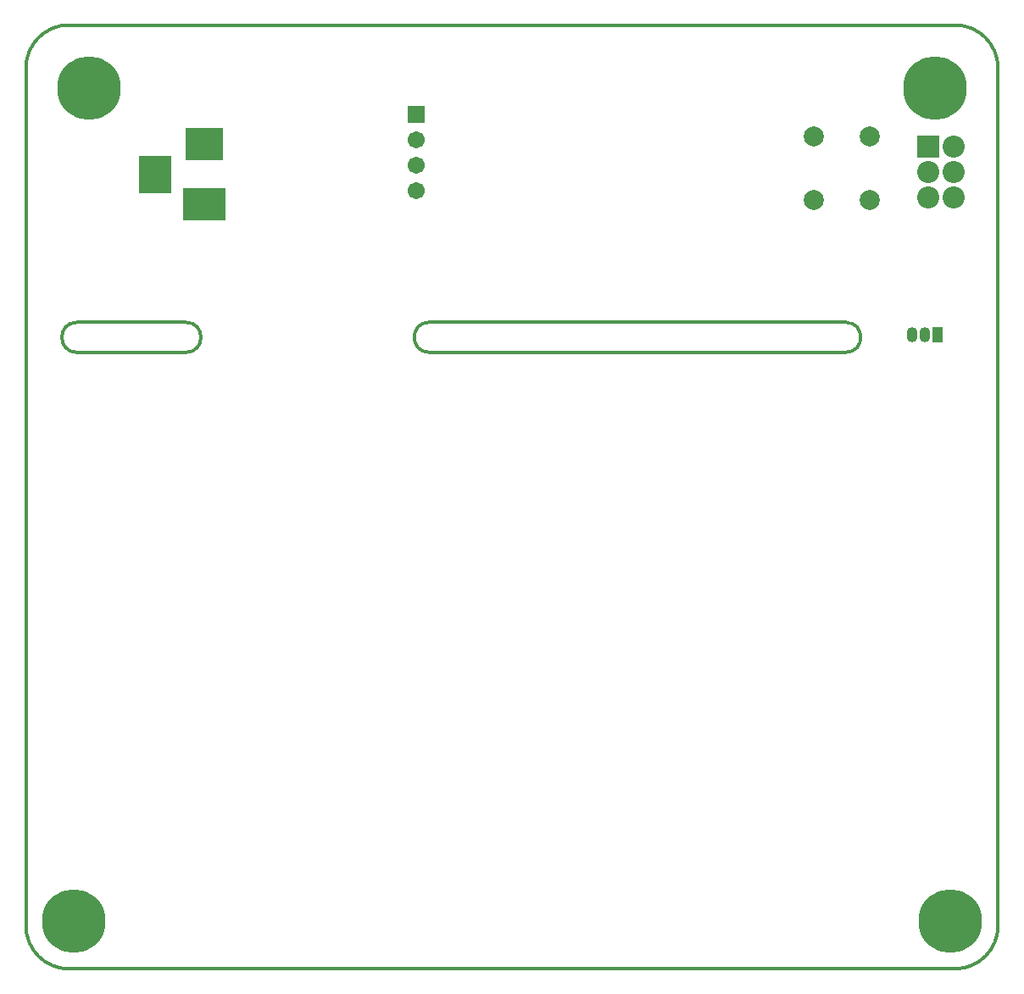
<source format=gbs>
G04*
G04 #@! TF.GenerationSoftware,Altium Limited,Altium Designer,22.0.2 (36)*
G04*
G04 Layer_Color=16711935*
%FSLAX25Y25*%
%MOIN*%
G70*
G04*
G04 #@! TF.SameCoordinates,F8844AE4-5711-4282-AF9D-DA4343363A06*
G04*
G04*
G04 #@! TF.FilePolarity,Negative*
G04*
G01*
G75*
%ADD11C,0.01181*%
%ADD77O,0.04233X0.05926*%
%ADD78R,0.04233X0.05926*%
%ADD79C,0.25022*%
%ADD80C,0.08674*%
%ADD81R,0.08674X0.08674*%
%ADD82R,0.16548X0.12611*%
%ADD83R,0.12611X0.14580*%
%ADD84R,0.14580X0.12611*%
%ADD85C,0.07887*%
%ADD86R,0.06706X0.06706*%
%ADD87C,0.06706*%
D11*
X322393Y242520D02*
G03*
X322393Y254331I0J5906D01*
G01*
X158614D02*
G03*
X158614Y242520I0J-5906D01*
G01*
X20031Y254331D02*
G03*
X20031Y242520I0J-5906D01*
G01*
X62944D02*
G03*
X62944Y254331I0J5906D01*
G01*
X0Y16929D02*
G03*
X16929Y0I16929J0D01*
G01*
X365354D02*
G03*
X382283Y16929I0J16929D01*
G01*
Y354331D02*
G03*
X365354Y371260I-16929J0D01*
G01*
X16929D02*
G03*
X0Y354331I0J-16929D01*
G01*
X158614Y254331D02*
X321999D01*
X158614Y242520D02*
X321999D01*
X20031D02*
X62944D01*
X20031Y254331D02*
X62944D01*
X0Y16929D02*
Y354331D01*
X16929Y0D02*
X365354D01*
X382283Y16929D02*
Y354331D01*
X16929Y371260D02*
X365354D01*
D77*
X348638Y249339D02*
D03*
X353638D02*
D03*
D78*
X358638D02*
D03*
D79*
X357480Y346457D02*
D03*
X24803D02*
D03*
X18898Y18898D02*
D03*
X363386D02*
D03*
D80*
X364724Y313386D02*
D03*
X354724D02*
D03*
Y303386D02*
D03*
X364724Y323386D02*
D03*
Y303386D02*
D03*
D81*
X354724Y323386D02*
D03*
D82*
X70079Y300787D02*
D03*
D83*
X50779Y312387D02*
D03*
D84*
X70079Y324387D02*
D03*
D85*
X309842Y302362D02*
D03*
Y327559D02*
D03*
X331890Y302362D02*
D03*
Y327559D02*
D03*
D86*
X153543Y335984D02*
D03*
D87*
Y325984D02*
D03*
Y315984D02*
D03*
Y305984D02*
D03*
M02*

</source>
